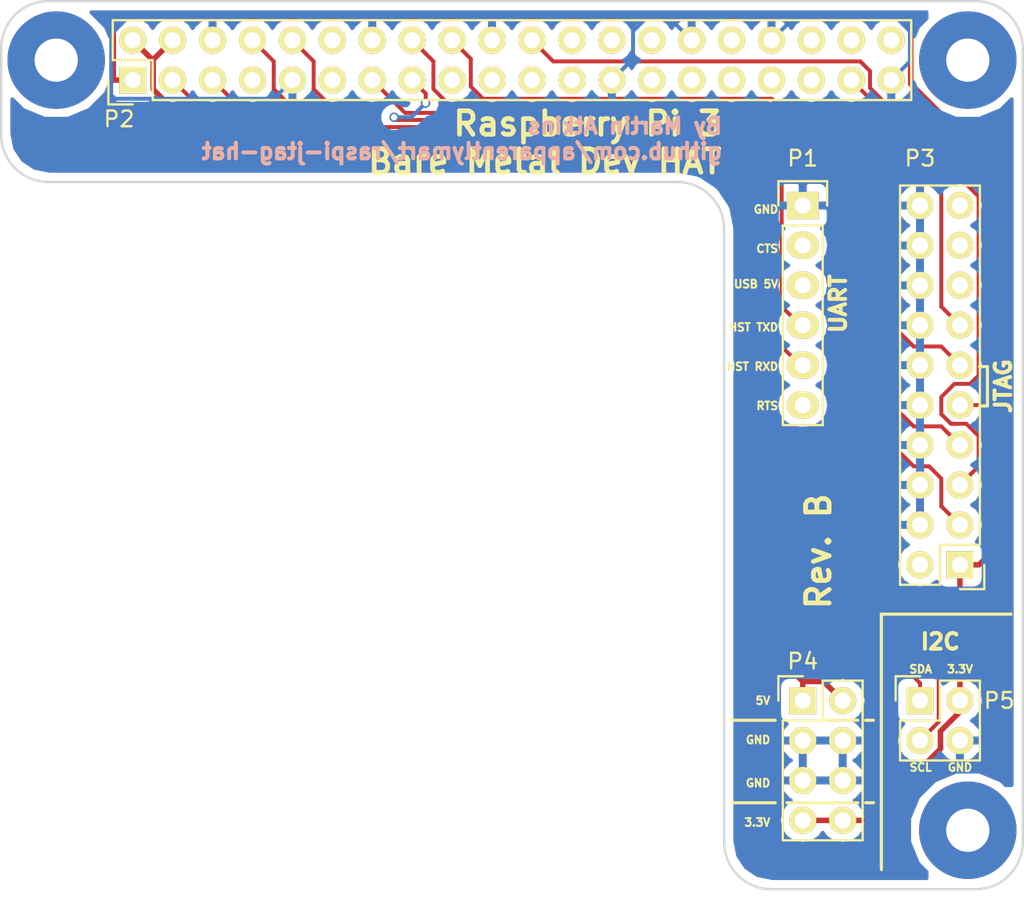
<source format=kicad_pcb>
(kicad_pcb (version 4) (host pcbnew 4.0.7-e2-6376~58~ubuntu16.04.1)

  (general
    (links 39)
    (no_connects 10)
    (area -0.075001 -0.075001 65.075001 57.000001)
    (thickness 1.6)
    (drawings 43)
    (tracks 164)
    (zones 0)
    (modules 8)
    (nets 40)
  )

  (page A4)
  (layers
    (0 F.Cu signal)
    (31 B.Cu signal)
    (32 B.Adhes user)
    (33 F.Adhes user)
    (34 B.Paste user)
    (35 F.Paste user)
    (36 B.SilkS user)
    (37 F.SilkS user)
    (38 B.Mask user)
    (39 F.Mask user)
    (40 Dwgs.User user)
    (41 Cmts.User user)
    (42 Eco1.User user)
    (43 Eco2.User user)
    (44 Edge.Cuts user)
    (45 Margin user)
    (46 B.CrtYd user)
    (47 F.CrtYd user)
    (48 B.Fab user)
    (49 F.Fab user)
  )

  (setup
    (last_trace_width 0.25)
    (trace_clearance 0.2)
    (zone_clearance 0.508)
    (zone_45_only no)
    (trace_min 0.2)
    (segment_width 0.2)
    (edge_width 0.15)
    (via_size 0.6)
    (via_drill 0.4)
    (via_min_size 0.4)
    (via_min_drill 0.3)
    (uvia_size 0.3)
    (uvia_drill 0.1)
    (uvias_allowed no)
    (uvia_min_size 0.2)
    (uvia_min_drill 0.1)
    (pcb_text_width 0.3)
    (pcb_text_size 1.5 1.5)
    (mod_edge_width 0.15)
    (mod_text_size 1 1)
    (mod_text_width 0.15)
    (pad_size 1.524 1.524)
    (pad_drill 0.762)
    (pad_to_mask_clearance 0.2)
    (aux_axis_origin 0 0)
    (visible_elements FFFFFF7F)
    (pcbplotparams
      (layerselection 0x00030_80000001)
      (usegerberextensions false)
      (excludeedgelayer true)
      (linewidth 0.100000)
      (plotframeref false)
      (viasonmask false)
      (mode 1)
      (useauxorigin false)
      (hpglpennumber 1)
      (hpglpenspeed 20)
      (hpglpendiameter 15)
      (hpglpenoverlay 2)
      (psnegative false)
      (psa4output false)
      (plotreference true)
      (plotvalue true)
      (plotinvisibletext false)
      (padsonsilk false)
      (subtractmaskfromsilk false)
      (outputformat 1)
      (mirror false)
      (drillshape 0)
      (scaleselection 1)
      (outputdirectory ""))
  )

  (net 0 "")
  (net 1 /GND)
  (net 2 /CTS)
  (net 3 /HOST+5V)
  (net 4 /PI_RXD)
  (net 5 /PI_TXD)
  (net 6 /RTS)
  (net 7 /+3V3)
  (net 8 /+5V)
  (net 9 /SD)
  (net 10 /SC)
  (net 11 "Net-(P2-Pad7)")
  (net 12 "Net-(P2-Pad11)")
  (net 13 "Net-(P2-Pad12)")
  (net 14 /TMS)
  (net 15 /TRST)
  (net 16 /RTCK)
  (net 17 "Net-(P2-Pad17)")
  (net 18 /TDO)
  (net 19 "Net-(P2-Pad19)")
  (net 20 "Net-(P2-Pad21)")
  (net 21 /TCK)
  (net 22 "Net-(P2-Pad23)")
  (net 23 "Net-(P2-Pad24)")
  (net 24 "Net-(P2-Pad26)")
  (net 25 /ID_SD)
  (net 26 /ID_SC)
  (net 27 "Net-(P2-Pad29)")
  (net 28 "Net-(P2-Pad31)")
  (net 29 "Net-(P2-Pad32)")
  (net 30 "Net-(P2-Pad33)")
  (net 31 "Net-(P2-Pad35)")
  (net 32 "Net-(P2-Pad36)")
  (net 33 /TDI)
  (net 34 "Net-(P2-Pad38)")
  (net 35 "Net-(P2-Pad40)")
  (net 36 /VSUPPLY)
  (net 37 /~SRST)
  (net 38 /DBGRQ)
  (net 39 /DBGACK)

  (net_class Default "This is the default net class."
    (clearance 0.2)
    (trace_width 0.25)
    (via_dia 0.6)
    (via_drill 0.4)
    (uvia_dia 0.3)
    (uvia_drill 0.1)
    (add_net /CTS)
    (add_net /DBGACK)
    (add_net /DBGRQ)
    (add_net /ID_SC)
    (add_net /ID_SD)
    (add_net /PI_RXD)
    (add_net /PI_TXD)
    (add_net /RTCK)
    (add_net /RTS)
    (add_net /SC)
    (add_net /SD)
    (add_net /TCK)
    (add_net /TDI)
    (add_net /TDO)
    (add_net /TMS)
    (add_net /TRST)
    (add_net /~SRST)
    (add_net "Net-(P2-Pad11)")
    (add_net "Net-(P2-Pad12)")
    (add_net "Net-(P2-Pad17)")
    (add_net "Net-(P2-Pad19)")
    (add_net "Net-(P2-Pad21)")
    (add_net "Net-(P2-Pad23)")
    (add_net "Net-(P2-Pad24)")
    (add_net "Net-(P2-Pad26)")
    (add_net "Net-(P2-Pad29)")
    (add_net "Net-(P2-Pad31)")
    (add_net "Net-(P2-Pad32)")
    (add_net "Net-(P2-Pad33)")
    (add_net "Net-(P2-Pad35)")
    (add_net "Net-(P2-Pad36)")
    (add_net "Net-(P2-Pad38)")
    (add_net "Net-(P2-Pad40)")
    (add_net "Net-(P2-Pad7)")
  )

  (net_class Power ""
    (clearance 0.2)
    (trace_width 0.35)
    (via_dia 0.6)
    (via_drill 0.4)
    (uvia_dia 0.3)
    (uvia_drill 0.1)
    (add_net /+3V3)
    (add_net /+5V)
    (add_net /GND)
    (add_net /HOST+5V)
    (add_net /VSUPPLY)
  )

  (module Pin_Headers:Pin_Header_Straight_1x06 (layer F.Cu) (tedit 0) (tstamp 5B5BFF80)
    (at 51 13)
    (descr "Through hole pin header")
    (tags "pin header")
    (path /5B5BF55E)
    (fp_text reference P1 (at 0 -3) (layer F.SilkS)
      (effects (font (size 1 1) (thickness 0.15)))
    )
    (fp_text value FTDIUART (at -3 1.62 90) (layer F.Fab)
      (effects (font (size 1 1) (thickness 0.15)))
    )
    (fp_line (start -1.75 -1.75) (end -1.75 14.45) (layer F.CrtYd) (width 0.05))
    (fp_line (start 1.75 -1.75) (end 1.75 14.45) (layer F.CrtYd) (width 0.05))
    (fp_line (start -1.75 -1.75) (end 1.75 -1.75) (layer F.CrtYd) (width 0.05))
    (fp_line (start -1.75 14.45) (end 1.75 14.45) (layer F.CrtYd) (width 0.05))
    (fp_line (start 1.27 1.27) (end 1.27 13.97) (layer F.SilkS) (width 0.15))
    (fp_line (start 1.27 13.97) (end -1.27 13.97) (layer F.SilkS) (width 0.15))
    (fp_line (start -1.27 13.97) (end -1.27 1.27) (layer F.SilkS) (width 0.15))
    (fp_line (start 1.55 -1.55) (end 1.55 0) (layer F.SilkS) (width 0.15))
    (fp_line (start 1.27 1.27) (end -1.27 1.27) (layer F.SilkS) (width 0.15))
    (fp_line (start -1.55 0) (end -1.55 -1.55) (layer F.SilkS) (width 0.15))
    (fp_line (start -1.55 -1.55) (end 1.55 -1.55) (layer F.SilkS) (width 0.15))
    (pad 1 thru_hole rect (at 0 0) (size 2.032 1.7272) (drill 1.016) (layers *.Cu *.Mask F.SilkS)
      (net 1 /GND))
    (pad 2 thru_hole oval (at 0 2.54) (size 2.032 1.7272) (drill 1.016) (layers *.Cu *.Mask F.SilkS)
      (net 2 /CTS))
    (pad 3 thru_hole oval (at 0 5.08) (size 2.032 1.7272) (drill 1.016) (layers *.Cu *.Mask F.SilkS)
      (net 3 /HOST+5V))
    (pad 4 thru_hole oval (at 0 7.62) (size 2.032 1.7272) (drill 1.016) (layers *.Cu *.Mask F.SilkS)
      (net 4 /PI_RXD))
    (pad 5 thru_hole oval (at 0 10.16) (size 2.032 1.7272) (drill 1.016) (layers *.Cu *.Mask F.SilkS)
      (net 5 /PI_TXD))
    (pad 6 thru_hole oval (at 0 12.7) (size 2.032 1.7272) (drill 1.016) (layers *.Cu *.Mask F.SilkS)
      (net 6 /RTS))
    (model Pin_Headers.3dshapes/Pin_Header_Straight_1x06.wrl
      (at (xyz 0 -0.25 0))
      (scale (xyz 1 1 1))
      (rotate (xyz 0 0 90))
    )
  )

  (module Pin_Headers:Pin_Header_Straight_2x20 (layer F.Cu) (tedit 0) (tstamp 5B5BFFAC)
    (at 8.37 5.02 90)
    (descr "Through hole pin header")
    (tags "pin header")
    (path /5B5BF525)
    (fp_text reference P2 (at -2.48 -0.87 180) (layer F.SilkS)
      (effects (font (size 1 1) (thickness 0.15)))
    )
    (fp_text value RASPI (at -2.48 2.88 180) (layer F.Fab)
      (effects (font (size 1 1) (thickness 0.15)))
    )
    (fp_line (start -1.75 -1.75) (end -1.75 50.05) (layer F.CrtYd) (width 0.05))
    (fp_line (start 4.3 -1.75) (end 4.3 50.05) (layer F.CrtYd) (width 0.05))
    (fp_line (start -1.75 -1.75) (end 4.3 -1.75) (layer F.CrtYd) (width 0.05))
    (fp_line (start -1.75 50.05) (end 4.3 50.05) (layer F.CrtYd) (width 0.05))
    (fp_line (start 3.81 49.53) (end 3.81 -1.27) (layer F.SilkS) (width 0.15))
    (fp_line (start -1.27 1.27) (end -1.27 49.53) (layer F.SilkS) (width 0.15))
    (fp_line (start 3.81 49.53) (end -1.27 49.53) (layer F.SilkS) (width 0.15))
    (fp_line (start 3.81 -1.27) (end 1.27 -1.27) (layer F.SilkS) (width 0.15))
    (fp_line (start 0 -1.55) (end -1.55 -1.55) (layer F.SilkS) (width 0.15))
    (fp_line (start 1.27 -1.27) (end 1.27 1.27) (layer F.SilkS) (width 0.15))
    (fp_line (start 1.27 1.27) (end -1.27 1.27) (layer F.SilkS) (width 0.15))
    (fp_line (start -1.55 -1.55) (end -1.55 0) (layer F.SilkS) (width 0.15))
    (pad 1 thru_hole rect (at 0 0 90) (size 1.7272 1.7272) (drill 1.016) (layers *.Cu *.Mask F.SilkS)
      (net 7 /+3V3))
    (pad 2 thru_hole oval (at 2.54 0 90) (size 1.7272 1.7272) (drill 1.016) (layers *.Cu *.Mask F.SilkS)
      (net 8 /+5V))
    (pad 3 thru_hole oval (at 0 2.54 90) (size 1.7272 1.7272) (drill 1.016) (layers *.Cu *.Mask F.SilkS)
      (net 9 /SD))
    (pad 4 thru_hole oval (at 2.54 2.54 90) (size 1.7272 1.7272) (drill 1.016) (layers *.Cu *.Mask F.SilkS)
      (net 8 /+5V))
    (pad 5 thru_hole oval (at 0 5.08 90) (size 1.7272 1.7272) (drill 1.016) (layers *.Cu *.Mask F.SilkS)
      (net 10 /SC))
    (pad 6 thru_hole oval (at 2.54 5.08 90) (size 1.7272 1.7272) (drill 1.016) (layers *.Cu *.Mask F.SilkS)
      (net 1 /GND))
    (pad 7 thru_hole oval (at 0 7.62 90) (size 1.7272 1.7272) (drill 1.016) (layers *.Cu *.Mask F.SilkS)
      (net 11 "Net-(P2-Pad7)"))
    (pad 8 thru_hole oval (at 2.54 7.62 90) (size 1.7272 1.7272) (drill 1.016) (layers *.Cu *.Mask F.SilkS)
      (net 5 /PI_TXD))
    (pad 9 thru_hole oval (at 0 10.16 90) (size 1.7272 1.7272) (drill 1.016) (layers *.Cu *.Mask F.SilkS)
      (net 1 /GND))
    (pad 10 thru_hole oval (at 2.54 10.16 90) (size 1.7272 1.7272) (drill 1.016) (layers *.Cu *.Mask F.SilkS)
      (net 4 /PI_RXD))
    (pad 11 thru_hole oval (at 0 12.7 90) (size 1.7272 1.7272) (drill 1.016) (layers *.Cu *.Mask F.SilkS)
      (net 12 "Net-(P2-Pad11)"))
    (pad 12 thru_hole oval (at 2.54 12.7 90) (size 1.7272 1.7272) (drill 1.016) (layers *.Cu *.Mask F.SilkS)
      (net 13 "Net-(P2-Pad12)"))
    (pad 13 thru_hole oval (at 0 15.24 90) (size 1.7272 1.7272) (drill 1.016) (layers *.Cu *.Mask F.SilkS)
      (net 14 /TMS))
    (pad 14 thru_hole oval (at 2.54 15.24 90) (size 1.7272 1.7272) (drill 1.016) (layers *.Cu *.Mask F.SilkS)
      (net 1 /GND))
    (pad 15 thru_hole oval (at 0 17.78 90) (size 1.7272 1.7272) (drill 1.016) (layers *.Cu *.Mask F.SilkS)
      (net 15 /TRST))
    (pad 16 thru_hole oval (at 2.54 17.78 90) (size 1.7272 1.7272) (drill 1.016) (layers *.Cu *.Mask F.SilkS)
      (net 16 /RTCK))
    (pad 17 thru_hole oval (at 0 20.32 90) (size 1.7272 1.7272) (drill 1.016) (layers *.Cu *.Mask F.SilkS)
      (net 17 "Net-(P2-Pad17)"))
    (pad 18 thru_hole oval (at 2.54 20.32 90) (size 1.7272 1.7272) (drill 1.016) (layers *.Cu *.Mask F.SilkS)
      (net 18 /TDO))
    (pad 19 thru_hole oval (at 0 22.86 90) (size 1.7272 1.7272) (drill 1.016) (layers *.Cu *.Mask F.SilkS)
      (net 19 "Net-(P2-Pad19)"))
    (pad 20 thru_hole oval (at 2.54 22.86 90) (size 1.7272 1.7272) (drill 1.016) (layers *.Cu *.Mask F.SilkS)
      (net 1 /GND))
    (pad 21 thru_hole oval (at 0 25.4 90) (size 1.7272 1.7272) (drill 1.016) (layers *.Cu *.Mask F.SilkS)
      (net 20 "Net-(P2-Pad21)"))
    (pad 22 thru_hole oval (at 2.54 25.4 90) (size 1.7272 1.7272) (drill 1.016) (layers *.Cu *.Mask F.SilkS)
      (net 21 /TCK))
    (pad 23 thru_hole oval (at 0 27.94 90) (size 1.7272 1.7272) (drill 1.016) (layers *.Cu *.Mask F.SilkS)
      (net 22 "Net-(P2-Pad23)"))
    (pad 24 thru_hole oval (at 2.54 27.94 90) (size 1.7272 1.7272) (drill 1.016) (layers *.Cu *.Mask F.SilkS)
      (net 23 "Net-(P2-Pad24)"))
    (pad 25 thru_hole oval (at 0 30.48 90) (size 1.7272 1.7272) (drill 1.016) (layers *.Cu *.Mask F.SilkS)
      (net 1 /GND))
    (pad 26 thru_hole oval (at 2.54 30.48 90) (size 1.7272 1.7272) (drill 1.016) (layers *.Cu *.Mask F.SilkS)
      (net 24 "Net-(P2-Pad26)"))
    (pad 27 thru_hole oval (at 0 33.02 90) (size 1.7272 1.7272) (drill 1.016) (layers *.Cu *.Mask F.SilkS)
      (net 25 /ID_SD))
    (pad 28 thru_hole oval (at 2.54 33.02 90) (size 1.7272 1.7272) (drill 1.016) (layers *.Cu *.Mask F.SilkS)
      (net 26 /ID_SC))
    (pad 29 thru_hole oval (at 0 35.56 90) (size 1.7272 1.7272) (drill 1.016) (layers *.Cu *.Mask F.SilkS)
      (net 27 "Net-(P2-Pad29)"))
    (pad 30 thru_hole oval (at 2.54 35.56 90) (size 1.7272 1.7272) (drill 1.016) (layers *.Cu *.Mask F.SilkS)
      (net 1 /GND))
    (pad 31 thru_hole oval (at 0 38.1 90) (size 1.7272 1.7272) (drill 1.016) (layers *.Cu *.Mask F.SilkS)
      (net 28 "Net-(P2-Pad31)"))
    (pad 32 thru_hole oval (at 2.54 38.1 90) (size 1.7272 1.7272) (drill 1.016) (layers *.Cu *.Mask F.SilkS)
      (net 29 "Net-(P2-Pad32)"))
    (pad 33 thru_hole oval (at 0 40.64 90) (size 1.7272 1.7272) (drill 1.016) (layers *.Cu *.Mask F.SilkS)
      (net 30 "Net-(P2-Pad33)"))
    (pad 34 thru_hole oval (at 2.54 40.64 90) (size 1.7272 1.7272) (drill 1.016) (layers *.Cu *.Mask F.SilkS)
      (net 1 /GND))
    (pad 35 thru_hole oval (at 0 43.18 90) (size 1.7272 1.7272) (drill 1.016) (layers *.Cu *.Mask F.SilkS)
      (net 31 "Net-(P2-Pad35)"))
    (pad 36 thru_hole oval (at 2.54 43.18 90) (size 1.7272 1.7272) (drill 1.016) (layers *.Cu *.Mask F.SilkS)
      (net 32 "Net-(P2-Pad36)"))
    (pad 37 thru_hole oval (at 0 45.72 90) (size 1.7272 1.7272) (drill 1.016) (layers *.Cu *.Mask F.SilkS)
      (net 33 /TDI))
    (pad 38 thru_hole oval (at 2.54 45.72 90) (size 1.7272 1.7272) (drill 1.016) (layers *.Cu *.Mask F.SilkS)
      (net 34 "Net-(P2-Pad38)"))
    (pad 39 thru_hole oval (at 0 48.26 90) (size 1.7272 1.7272) (drill 1.016) (layers *.Cu *.Mask F.SilkS)
      (net 1 /GND))
    (pad 40 thru_hole oval (at 2.54 48.26 90) (size 1.7272 1.7272) (drill 1.016) (layers *.Cu *.Mask F.SilkS)
      (net 35 "Net-(P2-Pad40)"))
    (model Pin_Headers.3dshapes/Pin_Header_Straight_2x20.wrl
      (at (xyz 0.05 -0.95 0))
      (scale (xyz 1 1 1))
      (rotate (xyz 0 0 90))
    )
  )

  (module Pin_Headers:Pin_Header_Straight_2x10 (layer F.Cu) (tedit 5B5C0EE2) (tstamp 5B5BFFC4)
    (at 61 35.86 180)
    (descr "Through hole pin header")
    (tags "pin header")
    (path /5B5BF489)
    (fp_text reference P3 (at 2.54 25.86 180) (layer F.SilkS)
      (effects (font (size 1 1) (thickness 0.15)))
    )
    (fp_text value JTAG (at -1 25.86 180) (layer F.Fab)
      (effects (font (size 1 1) (thickness 0.15)))
    )
    (fp_line (start -1.75 -1.75) (end -1.75 24.65) (layer F.CrtYd) (width 0.05))
    (fp_line (start 4.3 -1.75) (end 4.3 24.65) (layer F.CrtYd) (width 0.05))
    (fp_line (start -1.75 -1.75) (end 4.3 -1.75) (layer F.CrtYd) (width 0.05))
    (fp_line (start -1.75 24.65) (end 4.3 24.65) (layer F.CrtYd) (width 0.05))
    (fp_line (start 3.81 24.13) (end 3.81 -1.27) (layer F.SilkS) (width 0.15))
    (fp_line (start -1.27 1.27) (end -1.27 24.13) (layer F.SilkS) (width 0.15))
    (fp_line (start 3.81 24.13) (end -1.27 24.13) (layer F.SilkS) (width 0.15))
    (fp_line (start 3.81 -1.27) (end 1.27 -1.27) (layer F.SilkS) (width 0.15))
    (fp_line (start 0 -1.55) (end -1.55 -1.55) (layer F.SilkS) (width 0.15))
    (fp_line (start 1.27 -1.27) (end 1.27 1.27) (layer F.SilkS) (width 0.15))
    (fp_line (start 1.27 1.27) (end -1.27 1.27) (layer F.SilkS) (width 0.15))
    (fp_line (start -1.55 -1.55) (end -1.55 0) (layer F.SilkS) (width 0.15))
    (pad 1 thru_hole rect (at 0 0 180) (size 1.7272 1.7272) (drill 1.016) (layers *.Cu *.Mask F.SilkS)
      (net 7 /+3V3))
    (pad 2 thru_hole oval (at 2.54 0 180) (size 1.7272 1.7272) (drill 1.016) (layers *.Cu *.Mask F.SilkS)
      (net 36 /VSUPPLY))
    (pad 3 thru_hole oval (at 0 2.54 180) (size 1.7272 1.7272) (drill 1.016) (layers *.Cu *.Mask F.SilkS)
      (net 15 /TRST))
    (pad 4 thru_hole oval (at 2.54 2.54 180) (size 1.7272 1.7272) (drill 1.016) (layers *.Cu *.Mask F.SilkS)
      (net 1 /GND))
    (pad 5 thru_hole oval (at 0 5.08 180) (size 1.7272 1.7272) (drill 1.016) (layers *.Cu *.Mask F.SilkS)
      (net 33 /TDI))
    (pad 6 thru_hole oval (at 2.54 5.08 180) (size 1.7272 1.7272) (drill 1.016) (layers *.Cu *.Mask F.SilkS)
      (net 1 /GND))
    (pad 7 thru_hole oval (at 0 7.62 180) (size 1.7272 1.7272) (drill 1.016) (layers *.Cu *.Mask F.SilkS)
      (net 14 /TMS))
    (pad 8 thru_hole oval (at 2.54 7.62 180) (size 1.7272 1.7272) (drill 1.016) (layers *.Cu *.Mask F.SilkS)
      (net 1 /GND))
    (pad 9 thru_hole oval (at 0 10.16 180) (size 1.7272 1.7272) (drill 1.016) (layers *.Cu *.Mask F.SilkS)
      (net 21 /TCK))
    (pad 10 thru_hole oval (at 2.54 10.16 180) (size 1.7272 1.7272) (drill 1.016) (layers *.Cu *.Mask F.SilkS)
      (net 1 /GND))
    (pad 11 thru_hole oval (at 0 12.7 180) (size 1.7272 1.7272) (drill 1.016) (layers *.Cu *.Mask F.SilkS)
      (net 16 /RTCK))
    (pad 12 thru_hole oval (at 2.54 12.7 180) (size 1.7272 1.7272) (drill 1.016) (layers *.Cu *.Mask F.SilkS)
      (net 1 /GND))
    (pad 13 thru_hole oval (at 0 15.24 180) (size 1.7272 1.7272) (drill 1.016) (layers *.Cu *.Mask F.SilkS)
      (net 18 /TDO))
    (pad 14 thru_hole oval (at 2.54 15.24 180) (size 1.7272 1.7272) (drill 1.016) (layers *.Cu *.Mask F.SilkS)
      (net 1 /GND))
    (pad 15 thru_hole oval (at 0 17.78 180) (size 1.7272 1.7272) (drill 1.016) (layers *.Cu *.Mask F.SilkS)
      (net 37 /~SRST))
    (pad 16 thru_hole oval (at 2.54 17.78 180) (size 1.7272 1.7272) (drill 1.016) (layers *.Cu *.Mask F.SilkS)
      (net 1 /GND))
    (pad 17 thru_hole oval (at 0 20.32 180) (size 1.7272 1.7272) (drill 1.016) (layers *.Cu *.Mask F.SilkS)
      (net 38 /DBGRQ))
    (pad 18 thru_hole oval (at 2.54 20.32 180) (size 1.7272 1.7272) (drill 1.016) (layers *.Cu *.Mask F.SilkS)
      (net 1 /GND))
    (pad 19 thru_hole oval (at 0 22.86 180) (size 1.7272 1.7272) (drill 1.016) (layers *.Cu *.Mask F.SilkS)
      (net 39 /DBGACK))
    (pad 20 thru_hole oval (at 2.54 22.86 180) (size 1.7272 1.7272) (drill 1.016) (layers *.Cu *.Mask F.SilkS)
      (net 1 /GND))
    (model Pin_Headers.3dshapes/Pin_Header_Straight_2x10.wrl
      (at (xyz 0.05 -0.45 0))
      (scale (xyz 1 1 1))
      (rotate (xyz 0 0 90))
    )
  )

  (module Pin_Headers:Pin_Header_Straight_2x04 (layer F.Cu) (tedit 5B5C087A) (tstamp 5B5BFFD0)
    (at 51 44.5)
    (descr "Through hole pin header")
    (tags "pin header")
    (path /5B5BF9C2)
    (fp_text reference P4 (at 0 -2.5) (layer F.SilkS)
      (effects (font (size 1 1) (thickness 0.15)))
    )
    (fp_text value PWRUTIL (at 1 10.5 180) (layer F.Fab)
      (effects (font (size 1 1) (thickness 0.15)))
    )
    (fp_line (start -1.75 -1.75) (end -1.75 9.4) (layer F.CrtYd) (width 0.05))
    (fp_line (start 4.3 -1.75) (end 4.3 9.4) (layer F.CrtYd) (width 0.05))
    (fp_line (start -1.75 -1.75) (end 4.3 -1.75) (layer F.CrtYd) (width 0.05))
    (fp_line (start -1.75 9.4) (end 4.3 9.4) (layer F.CrtYd) (width 0.05))
    (fp_line (start -1.27 1.27) (end -1.27 8.89) (layer F.SilkS) (width 0.15))
    (fp_line (start -1.27 8.89) (end 3.81 8.89) (layer F.SilkS) (width 0.15))
    (fp_line (start 3.81 8.89) (end 3.81 -1.27) (layer F.SilkS) (width 0.15))
    (fp_line (start 3.81 -1.27) (end 1.27 -1.27) (layer F.SilkS) (width 0.15))
    (fp_line (start 0 -1.55) (end -1.55 -1.55) (layer F.SilkS) (width 0.15))
    (fp_line (start 1.27 -1.27) (end 1.27 1.27) (layer F.SilkS) (width 0.15))
    (fp_line (start 1.27 1.27) (end -1.27 1.27) (layer F.SilkS) (width 0.15))
    (fp_line (start -1.55 -1.55) (end -1.55 0) (layer F.SilkS) (width 0.15))
    (pad 1 thru_hole rect (at 0 0) (size 1.7272 1.7272) (drill 1.016) (layers *.Cu *.Mask F.SilkS)
      (net 8 /+5V))
    (pad 2 thru_hole oval (at 2.54 0) (size 1.7272 1.7272) (drill 1.016) (layers *.Cu *.Mask F.SilkS)
      (net 8 /+5V))
    (pad 3 thru_hole oval (at 0 2.54) (size 1.7272 1.7272) (drill 1.016) (layers *.Cu *.Mask F.SilkS)
      (net 1 /GND))
    (pad 4 thru_hole oval (at 2.54 2.54) (size 1.7272 1.7272) (drill 1.016) (layers *.Cu *.Mask F.SilkS)
      (net 1 /GND))
    (pad 5 thru_hole oval (at 0 5.08) (size 1.7272 1.7272) (drill 1.016) (layers *.Cu *.Mask F.SilkS)
      (net 1 /GND))
    (pad 6 thru_hole oval (at 2.54 5.08) (size 1.7272 1.7272) (drill 1.016) (layers *.Cu *.Mask F.SilkS)
      (net 1 /GND))
    (pad 7 thru_hole oval (at 0 7.62) (size 1.7272 1.7272) (drill 1.016) (layers *.Cu *.Mask F.SilkS)
      (net 7 /+3V3))
    (pad 8 thru_hole oval (at 2.54 7.62) (size 1.7272 1.7272) (drill 1.016) (layers *.Cu *.Mask F.SilkS)
      (net 7 /+3V3))
    (model Pin_Headers.3dshapes/Pin_Header_Straight_2x04.wrl
      (at (xyz 0.05 -0.15 0))
      (scale (xyz 1 1 1))
      (rotate (xyz 0 0 90))
    )
  )

  (module Pin_Headers:Pin_Header_Straight_2x02 (layer F.Cu) (tedit 5B5C0875) (tstamp 5B5BFFD8)
    (at 58.46 44.5)
    (descr "Through hole pin header")
    (tags "pin header")
    (path /5B5BFE33)
    (fp_text reference P5 (at 5.04 0) (layer F.SilkS)
      (effects (font (size 1 1) (thickness 0.15)))
    )
    (fp_text value I2C (at 5.29 2.5) (layer F.Fab)
      (effects (font (size 1 1) (thickness 0.15)))
    )
    (fp_line (start -1.75 -1.75) (end -1.75 4.3) (layer F.CrtYd) (width 0.05))
    (fp_line (start 4.3 -1.75) (end 4.3 4.3) (layer F.CrtYd) (width 0.05))
    (fp_line (start -1.75 -1.75) (end 4.3 -1.75) (layer F.CrtYd) (width 0.05))
    (fp_line (start -1.75 4.3) (end 4.3 4.3) (layer F.CrtYd) (width 0.05))
    (fp_line (start -1.55 0) (end -1.55 -1.55) (layer F.SilkS) (width 0.15))
    (fp_line (start 0 -1.55) (end -1.55 -1.55) (layer F.SilkS) (width 0.15))
    (fp_line (start -1.27 1.27) (end 1.27 1.27) (layer F.SilkS) (width 0.15))
    (fp_line (start 1.27 1.27) (end 1.27 -1.27) (layer F.SilkS) (width 0.15))
    (fp_line (start 1.27 -1.27) (end 3.81 -1.27) (layer F.SilkS) (width 0.15))
    (fp_line (start 3.81 -1.27) (end 3.81 3.81) (layer F.SilkS) (width 0.15))
    (fp_line (start 3.81 3.81) (end -1.27 3.81) (layer F.SilkS) (width 0.15))
    (fp_line (start -1.27 3.81) (end -1.27 1.27) (layer F.SilkS) (width 0.15))
    (pad 1 thru_hole rect (at 0 0) (size 1.7272 1.7272) (drill 1.016) (layers *.Cu *.Mask F.SilkS)
      (net 9 /SD))
    (pad 2 thru_hole oval (at 2.54 0) (size 1.7272 1.7272) (drill 1.016) (layers *.Cu *.Mask F.SilkS)
      (net 7 /+3V3))
    (pad 3 thru_hole oval (at 0 2.54) (size 1.7272 1.7272) (drill 1.016) (layers *.Cu *.Mask F.SilkS)
      (net 10 /SC))
    (pad 4 thru_hole oval (at 2.54 2.54) (size 1.7272 1.7272) (drill 1.016) (layers *.Cu *.Mask F.SilkS)
      (net 1 /GND))
    (model Pin_Headers.3dshapes/Pin_Header_Straight_2x02.wrl
      (at (xyz 0.05 -0.05 0))
      (scale (xyz 1 1 1))
      (rotate (xyz 0 0 90))
    )
  )

  (module RasPi_JTAG_HAT:RPI_HOLE (layer F.Cu) (tedit 5B5C05EF) (tstamp 5B5C06E4)
    (at 61.5 3.75)
    (fp_text reference REF** (at 0 2) (layer F.SilkS) hide
      (effects (font (size 0.5 0.5) (thickness 0.125)))
    )
    (fp_text value RPI_HOLE (at 0 -1.95) (layer F.Fab) hide
      (effects (font (size 0.5 0.5) (thickness 0.125)))
    )
    (pad 1 thru_hole circle (at 0 0) (size 6.2 6.2) (drill 2.75) (layers *.Cu *.Mask))
  )

  (module RasPi_JTAG_HAT:RPI_HOLE (layer F.Cu) (tedit 5B5C05EF) (tstamp 5B5C07B5)
    (at 61.5 52.75)
    (fp_text reference REF** (at 0 2) (layer F.SilkS) hide
      (effects (font (size 0.5 0.5) (thickness 0.125)))
    )
    (fp_text value RPI_HOLE (at 0 -1.95) (layer F.Fab) hide
      (effects (font (size 0.5 0.5) (thickness 0.125)))
    )
    (pad 1 thru_hole circle (at 0 0) (size 6.2 6.2) (drill 2.75) (layers *.Cu *.Mask))
  )

  (module RasPi_JTAG_HAT:RPI_HOLE (layer F.Cu) (tedit 5B5C05EF) (tstamp 5B5C09D2)
    (at 3.5 3.75)
    (fp_text reference REF** (at 0 2) (layer F.SilkS) hide
      (effects (font (size 0.5 0.5) (thickness 0.125)))
    )
    (fp_text value RPI_HOLE (at 0 -1.95) (layer F.Fab) hide
      (effects (font (size 0.5 0.5) (thickness 0.125)))
    )
    (pad 1 thru_hole circle (at 0 0) (size 6.2 6.2) (drill 2.75) (layers *.Cu *.Mask))
  )

  (gr_text "By Martin Atkins\ngithub.com/apparentlymart/raspi-jtag-hat" (at 46 8.75) (layer B.SilkS)
    (effects (font (size 1 1) (thickness 0.25)) (justify left mirror))
  )
  (gr_text I2C (at 59.75 40.75) (layer F.SilkS) (tstamp 5B5C1729)
    (effects (font (size 1 1) (thickness 0.25)))
  )
  (gr_line (start 56 39) (end 64.25 39) (layer F.SilkS) (width 0.2))
  (gr_line (start 55 51) (end 55.5 51) (layer F.SilkS) (width 0.2))
  (gr_line (start 55 45.75) (end 55.5 45.75) (layer F.SilkS) (width 0.2))
  (gr_line (start 50 51) (end 54.5 51) (layer F.SilkS) (width 0.2))
  (gr_line (start 52.5 45.75) (end 54.5 45.75) (layer F.SilkS) (width 0.2))
  (gr_line (start 56 39) (end 56 55.25) (layer F.SilkS) (width 0.2))
  (gr_text 3.3V (at 61 42.5) (layer F.SilkS) (tstamp 5B5C1686)
    (effects (font (size 0.5 0.5) (thickness 0.125)))
  )
  (gr_text SDA (at 58.5 42.5) (layer F.SilkS) (tstamp 5B5C167C)
    (effects (font (size 0.5 0.5) (thickness 0.125)))
  )
  (gr_text SCL (at 58.5 48.75) (layer F.SilkS) (tstamp 5B5C1678)
    (effects (font (size 0.5 0.5) (thickness 0.125)))
  )
  (gr_text GND (at 61 48.75) (layer F.SilkS) (tstamp 5B5C1638)
    (effects (font (size 0.5 0.5) (thickness 0.125)))
  )
  (gr_text GND (at 49 49.75) (layer F.SilkS) (tstamp 5B5C1611)
    (effects (font (size 0.5 0.5) (thickness 0.125)) (justify right))
  )
  (gr_line (start 46.5 51) (end 49.25 51) (layer F.SilkS) (width 0.2))
  (gr_line (start 46.5 45.75) (end 49.25 45.75) (layer F.SilkS) (width 0.2))
  (gr_text GND (at 49 47) (layer F.SilkS) (tstamp 5B5C15E2)
    (effects (font (size 0.5 0.5) (thickness 0.125)) (justify right))
  )
  (gr_text 3.3V (at 49 52.25) (layer F.SilkS) (tstamp 5B5C15BA)
    (effects (font (size 0.5 0.5) (thickness 0.125)) (justify right))
  )
  (gr_text 5V (at 49 44.5) (layer F.SilkS) (tstamp 5B5C15AA)
    (effects (font (size 0.5 0.5) (thickness 0.125)) (justify right))
  )
  (gr_line (start 62.75 23.25) (end 62.25 23.25) (layer F.SilkS) (width 0.2))
  (gr_line (start 62.75 25.75) (end 62.25 25.75) (layer F.SilkS) (width 0.2))
  (gr_line (start 62.75 23.25) (end 62.75 25.75) (layer F.SilkS) (width 0.2))
  (gr_text JTAG (at 63.75 24.5 90) (layer F.SilkS) (tstamp 5B5C154C)
    (effects (font (size 1 1) (thickness 0.25)))
  )
  (gr_text UART (at 53.25 19.25 90) (layer F.SilkS)
    (effects (font (size 1 1) (thickness 0.25)))
  )
  (gr_text RTS (at 49.5 25.75) (layer F.SilkS) (tstamp 5B5C151A)
    (effects (font (size 0.5 0.5) (thickness 0.125)) (justify right))
  )
  (gr_text "HST RXD" (at 49.5 23.25) (layer F.SilkS) (tstamp 5B5C150C)
    (effects (font (size 0.5 0.5) (thickness 0.125)) (justify right))
  )
  (gr_text "HST TXD" (at 49.5 20.75) (layer F.SilkS) (tstamp 5B5C14F4)
    (effects (font (size 0.5 0.5) (thickness 0.125)) (justify right))
  )
  (gr_text "USB 5V" (at 49.5 18) (layer F.SilkS) (tstamp 5B5C14D9)
    (effects (font (size 0.5 0.5) (thickness 0.125)) (justify right))
  )
  (gr_text CTS (at 49.5 15.75) (layer F.SilkS) (tstamp 5B5C14C6)
    (effects (font (size 0.5 0.5) (thickness 0.125)) (justify right))
  )
  (gr_text GND (at 49.5 13.25) (layer F.SilkS)
    (effects (font (size 0.5 0.5) (thickness 0.125)) (justify right))
  )
  (gr_text "Rev. B" (at 52 35 90) (layer F.SilkS)
    (effects (font (size 1.5 1.5) (thickness 0.3)))
  )
  (gr_text "Raspberry Pi 3\nBare Metal Dev HAT" (at 46 9) (layer F.SilkS)
    (effects (font (size 1.5 1.5) (thickness 0.3)) (justify right))
  )
  (gr_arc (start 49 53.5) (end 49 56.5) (angle 90) (layer Edge.Cuts) (width 0.15))
  (gr_arc (start 43 14.5) (end 43 11.5) (angle 90) (layer Edge.Cuts) (width 0.15))
  (gr_line (start 46 14.5) (end 46 53.5) (layer Edge.Cuts) (width 0.15))
  (gr_arc (start 3 8.5) (end 3 11.5) (angle 90) (layer Edge.Cuts) (width 0.15))
  (gr_line (start 3 11.5) (end 43 11.5) (layer Edge.Cuts) (width 0.15))
  (gr_arc (start 62 53.5) (end 65 53.5) (angle 90) (layer Edge.Cuts) (width 0.15))
  (gr_arc (start 62 3) (end 62 0) (angle 90) (layer Edge.Cuts) (width 0.15))
  (gr_arc (start 3 3) (end 0 3) (angle 90) (layer Edge.Cuts) (width 0.15))
  (gr_line (start 49 56.5) (end 62 56.5) (layer Edge.Cuts) (width 0.15))
  (gr_line (start 65 3) (end 65 53.5) (layer Edge.Cuts) (width 0.15))
  (gr_line (start 3 0) (end 62 0) (layer Edge.Cuts) (width 0.15))
  (gr_line (start 0 3) (end 0 8.5) (layer Edge.Cuts) (width 0.15))

  (segment (start 56.63 5.02) (end 57.818601 3.831399) (width 0.25) (layer B.Cu) (net 1))
  (segment (start 57.818601 3.831399) (end 57.818601 1.909471) (width 0.25) (layer B.Cu) (net 1))
  (segment (start 57.818601 1.909471) (end 56.90913 1) (width 0.25) (layer B.Cu) (net 1))
  (segment (start 56.90913 1) (end 50.49 1) (width 0.25) (layer B.Cu) (net 1))
  (segment (start 50.49 1) (end 49.01 2.48) (width 0.25) (layer B.Cu) (net 1))
  (segment (start 7 2.09087) (end 7 5.962202) (width 0.25) (layer B.Cu) (net 1))
  (segment (start 7.246399 6.208601) (end 17.341399 6.208601) (width 0.25) (layer B.Cu) (net 1))
  (segment (start 7 5.962202) (end 7.246399 6.208601) (width 0.25) (layer B.Cu) (net 1))
  (segment (start 17.341399 6.208601) (end 17.666401 5.883599) (width 0.25) (layer B.Cu) (net 1))
  (segment (start 17.666401 5.883599) (end 18.53 5.02) (width 0.25) (layer B.Cu) (net 1))
  (segment (start 13.191314 1) (end 8.09087 1) (width 0.25) (layer B.Cu) (net 1))
  (segment (start 8.09087 1) (end 7 2.09087) (width 0.25) (layer B.Cu) (net 1))
  (segment (start 13.45 2.48) (end 13.45 1.258686) (width 0.25) (layer B.Cu) (net 1))
  (segment (start 13.45 1.258686) (end 13.191314 1) (width 0.25) (layer B.Cu) (net 1))
  (segment (start 42.45 1) (end 41.11087 1) (width 0.25) (layer B.Cu) (net 1))
  (segment (start 41.11087 1) (end 40.201399 1.909471) (width 0.25) (layer B.Cu) (net 1))
  (segment (start 39.713599 4.156401) (end 38.85 5.02) (width 0.25) (layer B.Cu) (net 1))
  (segment (start 40.201399 1.909471) (end 40.201399 3.668601) (width 0.25) (layer B.Cu) (net 1))
  (segment (start 40.201399 3.668601) (end 39.713599 4.156401) (width 0.25) (layer B.Cu) (net 1))
  (segment (start 43.93 2.48) (end 42.45 1) (width 0.25) (layer B.Cu) (net 1))
  (segment (start 19.881399 5.590529) (end 19.881399 3.831399) (width 0.25) (layer F.Cu) (net 4))
  (segment (start 48.281467 8.008645) (end 22.299515 8.008645) (width 0.25) (layer F.Cu) (net 4))
  (segment (start 49.65899 9.386168) (end 48.281467 8.008645) (width 0.25) (layer F.Cu) (net 4))
  (segment (start 19.881399 3.831399) (end 19.393599 3.343599) (width 0.25) (layer F.Cu) (net 4))
  (segment (start 51 20.62) (end 50.8476 20.62) (width 0.25) (layer F.Cu) (net 4))
  (segment (start 19.393599 3.343599) (end 18.53 2.48) (width 0.25) (layer F.Cu) (net 4))
  (segment (start 49.65899 19.43139) (end 49.65899 9.386168) (width 0.25) (layer F.Cu) (net 4))
  (segment (start 50.8476 20.62) (end 49.65899 19.43139) (width 0.25) (layer F.Cu) (net 4))
  (segment (start 22.299515 8.008645) (end 19.881399 5.590529) (width 0.25) (layer F.Cu) (net 4))
  (segment (start 49.208979 9.572568) (end 48.095067 8.458656) (width 0.25) (layer F.Cu) (net 5))
  (segment (start 16.853599 3.343599) (end 15.99 2.48) (width 0.25) (layer F.Cu) (net 5))
  (segment (start 49.208979 21.521379) (end 49.208979 9.572568) (width 0.25) (layer F.Cu) (net 5))
  (segment (start 17.341399 3.831399) (end 16.853599 3.343599) (width 0.25) (layer F.Cu) (net 5))
  (segment (start 17.341399 5.590529) (end 17.341399 3.831399) (width 0.25) (layer F.Cu) (net 5))
  (segment (start 20.209526 8.458656) (end 17.341399 5.590529) (width 0.25) (layer F.Cu) (net 5))
  (segment (start 50.8476 23.16) (end 49.208979 21.521379) (width 0.25) (layer F.Cu) (net 5))
  (segment (start 48.095067 8.458656) (end 20.209526 8.458656) (width 0.25) (layer F.Cu) (net 5))
  (segment (start 51 23.16) (end 50.8476 23.16) (width 0.25) (layer F.Cu) (net 5))
  (segment (start 53.54 52.12) (end 51 52.12) (width 0.35) (layer F.Cu) (net 7))
  (segment (start 61 44.5) (end 61 45.20687) (width 0.35) (layer F.Cu) (net 7))
  (segment (start 55.21313 52.12) (end 54.761314 52.12) (width 0.35) (layer F.Cu) (net 7))
  (segment (start 59.761399 47.571731) (end 55.21313 52.12) (width 0.35) (layer F.Cu) (net 7))
  (segment (start 61 45.20687) (end 59.761399 46.445471) (width 0.35) (layer F.Cu) (net 7))
  (segment (start 59.761399 46.445471) (end 59.761399 47.571731) (width 0.35) (layer F.Cu) (net 7))
  (segment (start 54.761314 52.12) (end 53.54 52.12) (width 0.35) (layer F.Cu) (net 7))
  (segment (start 61 35.86) (end 61 44.5) (width 0.35) (layer F.Cu) (net 7))
  (segment (start 56.98313 1) (end 8.01687 1) (width 0.35) (layer F.Cu) (net 7))
  (segment (start 8.01687 1) (end 7.131399 1.885471) (width 0.35) (layer F.Cu) (net 7))
  (segment (start 7.131399 1.885471) (end 7.131399 4.994999) (width 0.35) (layer F.Cu) (net 7))
  (segment (start 7.131399 4.994999) (end 7.1564 5.02) (width 0.35) (layer F.Cu) (net 7))
  (segment (start 7.1564 5.02) (end 8.37 5.02) (width 0.35) (layer F.Cu) (net 7))
  (segment (start 64 34.0736) (end 64 11.393002) (width 0.35) (layer F.Cu) (net 7))
  (segment (start 57.868601 5.261603) (end 57.868601 1.885471) (width 0.35) (layer F.Cu) (net 7))
  (segment (start 64 11.393002) (end 57.868601 5.261603) (width 0.35) (layer F.Cu) (net 7))
  (segment (start 57.868601 1.885471) (end 56.98313 1) (width 0.35) (layer F.Cu) (net 7))
  (segment (start 61 35.86) (end 62.2136 35.86) (width 0.35) (layer F.Cu) (net 7))
  (segment (start 62.2136 35.86) (end 64 34.0736) (width 0.35) (layer F.Cu) (net 7))
  (segment (start 8.37 2.48) (end 9.608601 3.718601) (width 0.35) (layer F.Cu) (net 8))
  (segment (start 9.608601 3.718601) (end 9.671399 3.718601) (width 0.35) (layer F.Cu) (net 8))
  (segment (start 51 43.2864) (end 52.3264 43.2864) (width 0.35) (layer F.Cu) (net 8))
  (segment (start 52.3264 43.2864) (end 53.54 44.5) (width 0.35) (layer F.Cu) (net 8))
  (segment (start 46 10) (end 47.808946 11.808946) (width 0.35) (layer F.Cu) (net 8))
  (segment (start 47.808946 11.808946) (end 47.808946 40.095346) (width 0.35) (layer F.Cu) (net 8))
  (segment (start 47.808946 40.095346) (end 51 43.2864) (width 0.35) (layer F.Cu) (net 8))
  (segment (start 51 43.2864) (end 51 44.5) (width 0.35) (layer F.Cu) (net 8))
  (segment (start 14.05687 10) (end 46 10) (width 0.35) (layer F.Cu) (net 8))
  (segment (start 10.91 2.48) (end 9.671399 3.718601) (width 0.35) (layer F.Cu) (net 8))
  (segment (start 9.671399 3.718601) (end 9.671399 5.614529) (width 0.35) (layer F.Cu) (net 8))
  (segment (start 9.671399 5.614529) (end 14.05687 10) (width 0.35) (layer F.Cu) (net 8))
  (segment (start 11.773599 5.883599) (end 10.91 5.02) (width 0.25) (layer F.Cu) (net 9))
  (segment (start 15.248678 9.358678) (end 11.773599 5.883599) (width 0.25) (layer F.Cu) (net 9))
  (segment (start 58.46 43.3864) (end 48.308957 33.235357) (width 0.25) (layer F.Cu) (net 9))
  (segment (start 48.308957 33.235357) (end 48.308957 11.308957) (width 0.25) (layer F.Cu) (net 9))
  (segment (start 46.358678 9.358678) (end 15.248678 9.358678) (width 0.25) (layer F.Cu) (net 9))
  (segment (start 48.308957 11.308957) (end 46.358678 9.358678) (width 0.25) (layer F.Cu) (net 9))
  (segment (start 58.46 44.5) (end 58.46 43.3864) (width 0.25) (layer F.Cu) (net 9))
  (segment (start 46.545078 8.908667) (end 17.338667 8.908667) (width 0.25) (layer F.Cu) (net 10))
  (segment (start 48.758968 21.707778) (end 48.758968 11.122557) (width 0.25) (layer F.Cu) (net 10))
  (segment (start 49 21.94881) (end 48.758968 21.707778) (width 0.25) (layer F.Cu) (net 10))
  (segment (start 48.758968 11.122557) (end 46.545078 8.908667) (width 0.25) (layer F.Cu) (net 10))
  (segment (start 59.648601 42.648601) (end 49 32) (width 0.25) (layer F.Cu) (net 10))
  (segment (start 59.648601 45.851147) (end 59.648601 42.648601) (width 0.25) (layer F.Cu) (net 10))
  (segment (start 14.313599 5.883599) (end 13.45 5.02) (width 0.25) (layer F.Cu) (net 10))
  (segment (start 59.323599 46.176401) (end 59.323599 46.176149) (width 0.25) (layer F.Cu) (net 10))
  (segment (start 17.338667 8.908667) (end 14.313599 5.883599) (width 0.25) (layer F.Cu) (net 10))
  (segment (start 58.46 47.04) (end 59.323599 46.176401) (width 0.25) (layer F.Cu) (net 10))
  (segment (start 59.323599 46.176149) (end 59.648601 45.851147) (width 0.25) (layer F.Cu) (net 10))
  (segment (start 49 32) (end 49 21.94881) (width 0.25) (layer F.Cu) (net 10))
  (segment (start 48.654266 7.108623) (end 25.698623 7.108623) (width 0.25) (layer F.Cu) (net 14))
  (segment (start 49.095632 7.549989) (end 48.654266 7.108623) (width 0.25) (layer F.Cu) (net 14))
  (segment (start 56.450011 9.8136) (end 54.1864 7.549989) (width 0.25) (layer F.Cu) (net 14))
  (segment (start 24.473599 5.883599) (end 23.61 5.02) (width 0.25) (layer F.Cu) (net 14))
  (segment (start 25.698623 7.108623) (end 24.473599 5.883599) (width 0.25) (layer F.Cu) (net 14))
  (segment (start 54.1864 7.549989) (end 49.095632 7.549989) (width 0.25) (layer F.Cu) (net 14))
  (segment (start 59.811399 27.051399) (end 58.052269 27.051399) (width 0.25) (layer F.Cu) (net 14))
  (segment (start 56.450011 25.449141) (end 56.450011 9.8136) (width 0.25) (layer F.Cu) (net 14))
  (segment (start 61 28.24) (end 59.811399 27.051399) (width 0.25) (layer F.Cu) (net 14))
  (segment (start 58.052269 27.051399) (end 56.450011 25.449141) (width 0.25) (layer F.Cu) (net 14))
  (segment (start 26.099978 7.383635) (end 26.700001 6.783612) (width 0.25) (layer B.Cu) (net 15))
  (segment (start 27.013599 6.470014) (end 27 6.483613) (width 0.25) (layer F.Cu) (net 15))
  (segment (start 26.700001 6.783612) (end 27 6.483613) (width 0.25) (layer B.Cu) (net 15))
  (segment (start 48.909232 8) (end 48.467866 7.558634) (width 0.25) (layer F.Cu) (net 15))
  (segment (start 25 7.383635) (end 26.099978 7.383635) (width 0.25) (layer B.Cu) (net 15))
  (segment (start 27.013599 5.883599) (end 27.013599 6.470014) (width 0.25) (layer F.Cu) (net 15))
  (segment (start 26.15 5.02) (end 27.013599 5.883599) (width 0.25) (layer F.Cu) (net 15))
  (segment (start 48.467866 7.558634) (end 25.174999 7.558634) (width 0.25) (layer F.Cu) (net 15))
  (segment (start 54 8) (end 48.909232 8) (width 0.25) (layer F.Cu) (net 15))
  (segment (start 56 10) (end 54 8) (width 0.25) (layer F.Cu) (net 15))
  (segment (start 59.030529 29.591399) (end 58.052269 29.591399) (width 0.25) (layer F.Cu) (net 15))
  (segment (start 59.811399 30.372269) (end 59.030529 29.591399) (width 0.25) (layer F.Cu) (net 15))
  (segment (start 59.811399 32.131399) (end 59.811399 30.372269) (width 0.25) (layer F.Cu) (net 15))
  (segment (start 61 33.32) (end 59.811399 32.131399) (width 0.25) (layer F.Cu) (net 15))
  (segment (start 56.821388 28.360518) (end 56.821388 27.821388) (width 0.25) (layer F.Cu) (net 15))
  (segment (start 25.174999 7.558634) (end 25 7.383635) (width 0.25) (layer F.Cu) (net 15))
  (segment (start 56 27) (end 56 10) (width 0.25) (layer F.Cu) (net 15))
  (via (at 27 6.483613) (size 0.6) (drill 0.4) (layers F.Cu B.Cu) (net 15))
  (via (at 25 7.383635) (size 0.6) (drill 0.4) (layers F.Cu B.Cu) (net 15))
  (segment (start 56.821388 27.821388) (end 56 27) (width 0.25) (layer F.Cu) (net 15))
  (segment (start 58.052269 29.591399) (end 56.821388 28.360518) (width 0.25) (layer F.Cu) (net 15))
  (segment (start 59.811399 21.971399) (end 58.052269 21.971399) (width 0.25) (layer F.Cu) (net 16))
  (segment (start 56.900022 20.819152) (end 56.900022 9.6272) (width 0.25) (layer F.Cu) (net 16))
  (segment (start 27.501399 5.590529) (end 27.501399 3.831399) (width 0.25) (layer F.Cu) (net 16))
  (segment (start 48.840666 6.658612) (end 28.569482 6.658612) (width 0.25) (layer F.Cu) (net 16))
  (segment (start 49.282032 7.099978) (end 48.840666 6.658612) (width 0.25) (layer F.Cu) (net 16))
  (segment (start 58.052269 21.971399) (end 56.900022 20.819152) (width 0.25) (layer F.Cu) (net 16))
  (segment (start 56.900022 9.6272) (end 54.3728 7.099978) (width 0.25) (layer F.Cu) (net 16))
  (segment (start 27.013599 3.343599) (end 26.15 2.48) (width 0.25) (layer F.Cu) (net 16))
  (segment (start 27.501399 3.831399) (end 27.013599 3.343599) (width 0.25) (layer F.Cu) (net 16))
  (segment (start 54.3728 7.099978) (end 49.282032 7.099978) (width 0.25) (layer F.Cu) (net 16))
  (segment (start 28.569482 6.658612) (end 27.501399 5.590529) (width 0.25) (layer F.Cu) (net 16))
  (segment (start 61 23.16) (end 59.811399 21.971399) (width 0.25) (layer F.Cu) (net 16))
  (segment (start 29.553599 3.343599) (end 28.69 2.48) (width 0.25) (layer F.Cu) (net 18))
  (segment (start 49.468432 6.649967) (end 49.027066 6.208601) (width 0.25) (layer F.Cu) (net 18))
  (segment (start 29.878601 3.668601) (end 29.553599 3.343599) (width 0.25) (layer F.Cu) (net 18))
  (segment (start 59.811399 11.902166) (end 54.5592 6.649967) (width 0.25) (layer F.Cu) (net 18))
  (segment (start 49.027066 6.208601) (end 30.659471 6.208601) (width 0.25) (layer F.Cu) (net 18))
  (segment (start 54.5592 6.649967) (end 49.468432 6.649967) (width 0.25) (layer F.Cu) (net 18))
  (segment (start 59.811399 19.431399) (end 59.811399 11.902166) (width 0.25) (layer F.Cu) (net 18))
  (segment (start 61 20.62) (end 59.811399 19.431399) (width 0.25) (layer F.Cu) (net 18))
  (segment (start 29.878601 5.427731) (end 29.878601 3.668601) (width 0.25) (layer F.Cu) (net 18))
  (segment (start 30.659471 6.208601) (end 29.878601 5.427731) (width 0.25) (layer F.Cu) (net 18))
  (segment (start 33.77 2.48) (end 35.121399 3.831399) (width 0.25) (layer F.Cu) (net 21))
  (segment (start 58 7) (end 63 12) (width 0.25) (layer F.Cu) (net 21))
  (segment (start 35.121399 3.831399) (end 54.660529 3.831399) (width 0.25) (layer F.Cu) (net 21))
  (segment (start 54.660529 3.831399) (end 55.278601 4.449471) (width 0.25) (layer F.Cu) (net 21))
  (segment (start 55.278601 4.449471) (end 55.278601 5.519471) (width 0.25) (layer F.Cu) (net 21))
  (segment (start 55.278601 5.519471) (end 56.75913 7) (width 0.25) (layer F.Cu) (net 21))
  (segment (start 56.75913 7) (end 58 7) (width 0.25) (layer F.Cu) (net 21))
  (segment (start 63 12) (end 63 25) (width 0.25) (layer F.Cu) (net 21))
  (segment (start 63 25) (end 62.3 25.7) (width 0.25) (layer F.Cu) (net 21))
  (segment (start 62.3 25.7) (end 61 25.7) (width 0.25) (layer F.Cu) (net 21))
  (segment (start 57.75913 8) (end 57.07 8) (width 0.25) (layer F.Cu) (net 33))
  (segment (start 57.07 8) (end 54.09 5.02) (width 0.25) (layer F.Cu) (net 33))
  (segment (start 61 30.78) (end 62.188601 29.591399) (width 0.25) (layer F.Cu) (net 33))
  (segment (start 62.188601 29.591399) (end 62.188601 27.669471) (width 0.25) (layer F.Cu) (net 33))
  (segment (start 62.188601 27.669471) (end 61.407731 26.888601) (width 0.25) (layer F.Cu) (net 33))
  (segment (start 60.651399 24.348601) (end 61.651399 24.348601) (width 0.25) (layer F.Cu) (net 33))
  (segment (start 61.407731 26.888601) (end 60.429471 26.888601) (width 0.25) (layer F.Cu) (net 33))
  (segment (start 62.188601 12.429471) (end 57.75913 8) (width 0.25) (layer F.Cu) (net 33))
  (segment (start 60.429471 26.888601) (end 59.811399 26.270529) (width 0.25) (layer F.Cu) (net 33))
  (segment (start 59.811399 26.270529) (end 59.811399 25.188601) (width 0.25) (layer F.Cu) (net 33))
  (segment (start 59.811399 25.188601) (end 60.651399 24.348601) (width 0.25) (layer F.Cu) (net 33))
  (segment (start 62.188601 23.811399) (end 62.188601 12.429471) (width 0.25) (layer F.Cu) (net 33))
  (segment (start 61.651399 24.348601) (end 62.188601 23.811399) (width 0.25) (layer F.Cu) (net 33))

  (zone (net 1) (net_name /GND) (layer B.Cu) (tstamp 0) (hatch edge 0.508)
    (connect_pads (clearance 0.508))
    (min_thickness 0.254)
    (fill yes (arc_segments 16) (thermal_gap 0.508) (thermal_bridge_width 0.508))
    (polygon
      (pts
        (xy 0 0) (xy 0 12) (xy 45 12) (xy 45 57) (xy 59 57)
        (xy 59 51) (xy 60 50) (xy 65 50) (xy 65 6) (xy 59 6)
        (xy 59 0)
      )
    )
    (filled_polygon
      (pts
        (xy 18.657 4.893) (xy 18.677 4.893) (xy 18.677 5.147) (xy 18.657 5.147) (xy 18.657 6.353817)
        (xy 18.889026 6.474958) (xy 19.304947 6.302688) (xy 19.736821 5.90849) (xy 19.794336 5.785772) (xy 20.01033 6.109029)
        (xy 20.496511 6.433885) (xy 21.07 6.547959) (xy 21.643489 6.433885) (xy 22.12967 6.109029) (xy 22.34 5.794248)
        (xy 22.55033 6.109029) (xy 23.036511 6.433885) (xy 23.61 6.547959) (xy 24.183489 6.433885) (xy 24.66967 6.109029)
        (xy 24.88 5.794248) (xy 25.09033 6.109029) (xy 25.576511 6.433885) (xy 25.908825 6.499986) (xy 25.785176 6.623635)
        (xy 25.562463 6.623635) (xy 25.530327 6.591443) (xy 25.186799 6.448797) (xy 24.814833 6.448473) (xy 24.471057 6.590518)
        (xy 24.207808 6.853308) (xy 24.065162 7.196836) (xy 24.064838 7.568802) (xy 24.206883 7.912578) (xy 24.469673 8.175827)
        (xy 24.813201 8.318473) (xy 25.185167 8.318797) (xy 25.528943 8.176752) (xy 25.562118 8.143635) (xy 26.099978 8.143635)
        (xy 26.390817 8.085783) (xy 26.637379 7.921036) (xy 27.13968 7.418735) (xy 27.185167 7.418775) (xy 27.528943 7.27673)
        (xy 27.792192 7.01394) (xy 27.934838 6.670412) (xy 27.93515 6.312703) (xy 28.116511 6.433885) (xy 28.69 6.547959)
        (xy 29.263489 6.433885) (xy 29.74967 6.109029) (xy 29.96 5.794248) (xy 30.17033 6.109029) (xy 30.656511 6.433885)
        (xy 31.23 6.547959) (xy 31.803489 6.433885) (xy 32.28967 6.109029) (xy 32.5 5.794248) (xy 32.71033 6.109029)
        (xy 33.196511 6.433885) (xy 33.77 6.547959) (xy 34.343489 6.433885) (xy 34.82967 6.109029) (xy 35.04 5.794248)
        (xy 35.25033 6.109029) (xy 35.736511 6.433885) (xy 36.31 6.547959) (xy 36.883489 6.433885) (xy 37.36967 6.109029)
        (xy 37.585664 5.785772) (xy 37.643179 5.90849) (xy 38.075053 6.302688) (xy 38.490974 6.474958) (xy 38.723 6.353817)
        (xy 38.723 5.147) (xy 38.703 5.147) (xy 38.703 4.893) (xy 38.723 4.893) (xy 38.723 4.873)
        (xy 38.977 4.873) (xy 38.977 4.893) (xy 38.997 4.893) (xy 38.997 5.147) (xy 38.977 5.147)
        (xy 38.977 6.353817) (xy 39.209026 6.474958) (xy 39.624947 6.302688) (xy 40.056821 5.90849) (xy 40.114336 5.785772)
        (xy 40.33033 6.109029) (xy 40.816511 6.433885) (xy 41.39 6.547959) (xy 41.963489 6.433885) (xy 42.44967 6.109029)
        (xy 42.66 5.794248) (xy 42.87033 6.109029) (xy 43.356511 6.433885) (xy 43.93 6.547959) (xy 44.503489 6.433885)
        (xy 44.98967 6.109029) (xy 45.2 5.794248) (xy 45.41033 6.109029) (xy 45.896511 6.433885) (xy 46.47 6.547959)
        (xy 47.043489 6.433885) (xy 47.52967 6.109029) (xy 47.74 5.794248) (xy 47.95033 6.109029) (xy 48.436511 6.433885)
        (xy 49.01 6.547959) (xy 49.583489 6.433885) (xy 50.06967 6.109029) (xy 50.28 5.794248) (xy 50.49033 6.109029)
        (xy 50.976511 6.433885) (xy 51.55 6.547959) (xy 52.123489 6.433885) (xy 52.60967 6.109029) (xy 52.82 5.794248)
        (xy 53.03033 6.109029) (xy 53.516511 6.433885) (xy 54.09 6.547959) (xy 54.663489 6.433885) (xy 55.14967 6.109029)
        (xy 55.365664 5.785772) (xy 55.423179 5.90849) (xy 55.855053 6.302688) (xy 56.270974 6.474958) (xy 56.503 6.353817)
        (xy 56.503 5.147) (xy 56.483 5.147) (xy 56.483 4.893) (xy 56.503 4.893) (xy 56.503 4.873)
        (xy 56.757 4.873) (xy 56.757 4.893) (xy 56.777 4.893) (xy 56.777 5.147) (xy 56.757 5.147)
        (xy 56.757 6.353817) (xy 56.989026 6.474958) (xy 57.404947 6.302688) (xy 57.836821 5.90849) (xy 58.084968 5.379027)
        (xy 57.96447 5.147002) (xy 58.035954 5.147002) (xy 58.331775 5.862944) (xy 59.38153 6.914533) (xy 60.753803 7.48435)
        (xy 62.239678 7.485647) (xy 63.612944 6.918225) (xy 64.29 6.24235) (xy 64.29 49.873) (xy 63.905502 49.873)
        (xy 63.61847 49.585467) (xy 62.246197 49.01565) (xy 60.760322 49.014353) (xy 59.387056 49.581775) (xy 58.335467 50.63153)
        (xy 57.76565 52.003803) (xy 57.764353 53.489678) (xy 58.331775 54.862944) (xy 58.873 55.405115) (xy 58.873 55.79)
        (xy 49.069931 55.79) (xy 48.128977 55.602833) (xy 47.390561 55.109439) (xy 46.897167 54.371023) (xy 46.71 53.430069)
        (xy 46.71 52.12) (xy 49.472041 52.12) (xy 49.586115 52.693489) (xy 49.910971 53.17967) (xy 50.397152 53.504526)
        (xy 50.970641 53.6186) (xy 51.029359 53.6186) (xy 51.602848 53.504526) (xy 52.089029 53.17967) (xy 52.27 52.908828)
        (xy 52.450971 53.17967) (xy 52.937152 53.504526) (xy 53.510641 53.6186) (xy 53.569359 53.6186) (xy 54.142848 53.504526)
        (xy 54.629029 53.17967) (xy 54.953885 52.693489) (xy 55.067959 52.12) (xy 54.953885 51.546511) (xy 54.629029 51.06033)
        (xy 54.305772 50.844336) (xy 54.42849 50.786821) (xy 54.822688 50.354947) (xy 54.994958 49.939026) (xy 54.873817 49.707)
        (xy 53.667 49.707) (xy 53.667 49.727) (xy 53.413 49.727) (xy 53.413 49.707) (xy 51.127 49.707)
        (xy 51.127 49.727) (xy 50.873 49.727) (xy 50.873 49.707) (xy 49.666183 49.707) (xy 49.545042 49.939026)
        (xy 49.717312 50.354947) (xy 50.11151 50.786821) (xy 50.234228 50.844336) (xy 49.910971 51.06033) (xy 49.586115 51.546511)
        (xy 49.472041 52.12) (xy 46.71 52.12) (xy 46.71 47.399026) (xy 49.545042 47.399026) (xy 49.717312 47.814947)
        (xy 50.11151 48.246821) (xy 50.246313 48.31) (xy 50.11151 48.373179) (xy 49.717312 48.805053) (xy 49.545042 49.220974)
        (xy 49.666183 49.453) (xy 50.873 49.453) (xy 50.873 47.167) (xy 51.127 47.167) (xy 51.127 49.453)
        (xy 53.413 49.453) (xy 53.413 47.167) (xy 53.667 47.167) (xy 53.667 49.453) (xy 54.873817 49.453)
        (xy 54.994958 49.220974) (xy 54.822688 48.805053) (xy 54.42849 48.373179) (xy 54.293687 48.31) (xy 54.42849 48.246821)
        (xy 54.822688 47.814947) (xy 54.994958 47.399026) (xy 54.873817 47.167) (xy 53.667 47.167) (xy 53.413 47.167)
        (xy 51.127 47.167) (xy 50.873 47.167) (xy 49.666183 47.167) (xy 49.545042 47.399026) (xy 46.71 47.399026)
        (xy 46.71 47.04) (xy 56.932041 47.04) (xy 57.046115 47.613489) (xy 57.370971 48.09967) (xy 57.857152 48.424526)
        (xy 58.430641 48.5386) (xy 58.489359 48.5386) (xy 59.062848 48.424526) (xy 59.549029 48.09967) (xy 59.729992 47.828839)
        (xy 60.11151 48.246821) (xy 60.640973 48.494968) (xy 60.873 48.374469) (xy 60.873 47.167) (xy 61.127 47.167)
        (xy 61.127 48.374469) (xy 61.359027 48.494968) (xy 61.88849 48.246821) (xy 62.282688 47.814947) (xy 62.454958 47.399026)
        (xy 62.333817 47.167) (xy 61.127 47.167) (xy 60.873 47.167) (xy 60.853 47.167) (xy 60.853 46.913)
        (xy 60.873 46.913) (xy 60.873 46.893) (xy 61.127 46.893) (xy 61.127 46.913) (xy 62.333817 46.913)
        (xy 62.454958 46.680974) (xy 62.282688 46.265053) (xy 61.88849 45.833179) (xy 61.765772 45.775664) (xy 62.089029 45.55967)
        (xy 62.413885 45.073489) (xy 62.527959 44.5) (xy 62.413885 43.926511) (xy 62.089029 43.44033) (xy 61.602848 43.115474)
        (xy 61.029359 43.0014) (xy 60.970641 43.0014) (xy 60.397152 43.115474) (xy 59.931558 43.426574) (xy 59.926762 43.401083)
        (xy 59.78769 43.184959) (xy 59.57549 43.039969) (xy 59.3236 42.98896) (xy 57.5964 42.98896) (xy 57.361083 43.033238)
        (xy 57.144959 43.17231) (xy 56.999969 43.38451) (xy 56.94896 43.6364) (xy 56.94896 45.3636) (xy 56.993238 45.598917)
        (xy 57.13231 45.815041) (xy 57.34451 45.960031) (xy 57.388131 45.968864) (xy 57.370971 45.98033) (xy 57.046115 46.466511)
        (xy 56.932041 47.04) (xy 46.71 47.04) (xy 46.71 43.6364) (xy 49.48896 43.6364) (xy 49.48896 45.3636)
        (xy 49.533238 45.598917) (xy 49.67231 45.815041) (xy 49.88451 45.960031) (xy 49.978375 45.979039) (xy 49.717312 46.265053)
        (xy 49.545042 46.680974) (xy 49.666183 46.913) (xy 50.873 46.913) (xy 50.873 46.893) (xy 51.127 46.893)
        (xy 51.127 46.913) (xy 53.413 46.913) (xy 53.413 46.893) (xy 53.667 46.893) (xy 53.667 46.913)
        (xy 54.873817 46.913) (xy 54.994958 46.680974) (xy 54.822688 46.265053) (xy 54.42849 45.833179) (xy 54.305772 45.775664)
        (xy 54.629029 45.55967) (xy 54.953885 45.073489) (xy 55.067959 44.5) (xy 54.953885 43.926511) (xy 54.629029 43.44033)
        (xy 54.142848 43.115474) (xy 53.569359 43.0014) (xy 53.510641 43.0014) (xy 52.937152 43.115474) (xy 52.471558 43.426574)
        (xy 52.466762 43.401083) (xy 52.32769 43.184959) (xy 52.11549 43.039969) (xy 51.8636 42.98896) (xy 50.1364 42.98896)
        (xy 49.901083 43.033238) (xy 49.684959 43.17231) (xy 49.539969 43.38451) (xy 49.48896 43.6364) (xy 46.71 43.6364)
        (xy 46.71 35.86) (xy 56.932041 35.86) (xy 57.046115 36.433489) (xy 57.370971 36.91967) (xy 57.857152 37.244526)
        (xy 58.430641 37.3586) (xy 58.489359 37.3586) (xy 59.062848 37.244526) (xy 59.528442 36.933426) (xy 59.533238 36.958917)
        (xy 59.67231 37.175041) (xy 59.88451 37.320031) (xy 60.1364 37.37104) (xy 61.8636 37.37104) (xy 62.098917 37.326762)
        (xy 62.315041 37.18769) (xy 62.460031 36.97549) (xy 62.51104 36.7236) (xy 62.51104 34.9964) (xy 62.466762 34.761083)
        (xy 62.32769 34.544959) (xy 62.11549 34.399969) (xy 62.071869 34.391136) (xy 62.089029 34.37967) (xy 62.413885 33.893489)
        (xy 62.527959 33.32) (xy 62.413885 32.746511) (xy 62.089029 32.26033) (xy 61.774248 32.05) (xy 62.089029 31.83967)
        (xy 62.413885 31.353489) (xy 62.527959 30.78) (xy 62.413885 30.206511) (xy 62.089029 29.72033) (xy 61.774248 29.51)
        (xy 62.089029 29.29967) (xy 62.413885 28.813489) (xy 62.527959 28.24) (xy 62.413885 27.666511) (xy 62.089029 27.18033)
        (xy 61.774248 26.97) (xy 62.089029 26.75967) (xy 62.413885 26.273489) (xy 62.527959 25.7) (xy 62.413885 25.126511)
        (xy 62.089029 24.64033) (xy 61.774248 24.43) (xy 62.089029 24.21967) (xy 62.413885 23.733489) (xy 62.527959 23.16)
        (xy 62.413885 22.586511) (xy 62.089029 22.10033) (xy 61.774248 21.89) (xy 62.089029 21.67967) (xy 62.413885 21.193489)
        (xy 62.527959 20.62) (xy 62.413885 20.046511) (xy 62.089029 19.56033) (xy 61.774248 19.35) (xy 62.089029 19.13967)
        (xy 62.413885 18.653489) (xy 62.527959 18.08) (xy 62.413885 17.506511) (xy 62.089029 17.02033) (xy 61.774248 16.81)
        (xy 62.089029 16.59967) (xy 62.413885 16.113489) (xy 62.527959 15.54) (xy 62.413885 14.966511) (xy 62.089029 14.48033)
        (xy 61.774248 14.27) (xy 62.089029 14.05967) (xy 62.413885 13.573489) (xy 62.527959 13) (xy 62.413885 12.426511)
        (xy 62.089029 11.94033) (xy 61.602848 11.615474) (xy 61.029359 11.5014) (xy 60.970641 11.5014) (xy 60.397152 11.615474)
        (xy 59.910971 11.94033) (xy 59.730008 12.211161) (xy 59.34849 11.793179) (xy 58.819027 11.545032) (xy 58.587 11.665531)
        (xy 58.587 12.873) (xy 58.607 12.873) (xy 58.607 13.127) (xy 58.587 13.127) (xy 58.587 15.413)
        (xy 58.607 15.413) (xy 58.607 15.667) (xy 58.587 15.667) (xy 58.587 17.953) (xy 58.607 17.953)
        (xy 58.607 18.207) (xy 58.587 18.207) (xy 58.587 20.493) (xy 58.607 20.493) (xy 58.607 20.747)
        (xy 58.587 20.747) (xy 58.587 23.033) (xy 58.607 23.033) (xy 58.607 23.287) (xy 58.587 23.287)
        (xy 58.587 25.573) (xy 58.607 25.573) (xy 58.607 25.827) (xy 58.587 25.827) (xy 58.587 28.113)
        (xy 58.607 28.113) (xy 58.607 28.367) (xy 58.587 28.367) (xy 58.587 30.653) (xy 58.607 30.653)
        (xy 58.607 30.907) (xy 58.587 30.907) (xy 58.587 33.193) (xy 58.607 33.193) (xy 58.607 33.447)
        (xy 58.587 33.447) (xy 58.587 33.467) (xy 58.333 33.467) (xy 58.333 33.447) (xy 57.126183 33.447)
        (xy 57.005042 33.679026) (xy 57.177312 34.094947) (xy 57.57151 34.526821) (xy 57.694228 34.584336) (xy 57.370971 34.80033)
        (xy 57.046115 35.286511) (xy 56.932041 35.86) (xy 46.71 35.86) (xy 46.71 31.139026) (xy 57.005042 31.139026)
        (xy 57.177312 31.554947) (xy 57.57151 31.986821) (xy 57.706313 32.05) (xy 57.57151 32.113179) (xy 57.177312 32.545053)
        (xy 57.005042 32.960974) (xy 57.126183 33.193) (xy 58.333 33.193) (xy 58.333 30.907) (xy 57.126183 30.907)
        (xy 57.005042 31.139026) (xy 46.71 31.139026) (xy 46.71 28.599026) (xy 57.005042 28.599026) (xy 57.177312 29.014947)
        (xy 57.57151 29.446821) (xy 57.706313 29.51) (xy 57.57151 29.573179) (xy 57.177312 30.005053) (xy 57.005042 30.420974)
        (xy 57.126183 30.653) (xy 58.333 30.653) (xy 58.333 28.367) (xy 57.126183 28.367) (xy 57.005042 28.599026)
        (xy 46.71 28.599026) (xy 46.71 15.54) (xy 49.316655 15.54) (xy 49.430729 16.113489) (xy 49.755585 16.59967)
        (xy 50.070366 16.81) (xy 49.755585 17.02033) (xy 49.430729 17.506511) (xy 49.316655 18.08) (xy 49.430729 18.653489)
        (xy 49.755585 19.13967) (xy 50.070366 19.35) (xy 49.755585 19.56033) (xy 49.430729 20.046511) (xy 49.316655 20.62)
        (xy 49.430729 21.193489) (xy 49.755585 21.67967) (xy 50.070366 21.89) (xy 49.755585 22.10033) (xy 49.430729 22.586511)
        (xy 49.316655 23.16) (xy 49.430729 23.733489) (xy 49.755585 24.21967) (xy 50.070366 24.43) (xy 49.755585 24.64033)
        (xy 49.430729 25.126511) (xy 49.316655 25.7) (xy 49.430729 26.273489) (xy 49.755585 26.75967) (xy 50.241766 27.084526)
        (xy 50.815255 27.1986) (xy 51.184745 27.1986) (xy 51.758234 27.084526) (xy 52.244415 26.75967) (xy 52.569271 26.273489)
        (xy 52.61193 26.059026) (xy 57.005042 26.059026) (xy 57.177312 26.474947) (xy 57.57151 26.906821) (xy 57.706313 26.97)
        (xy 57.57151 27.033179) (xy 57.177312 27.465053) (xy 57.005042 27.880974) (xy 57.126183 28.113) (xy 58.333 28.113)
        (xy 58.333 25.827) (xy 57.126183 25.827) (xy 57.005042 26.059026) (xy 52.61193 26.059026) (xy 52.683345 25.7)
        (xy 52.569271 25.126511) (xy 52.244415 24.64033) (xy 51.929634 24.43) (xy 52.244415 24.21967) (xy 52.569271 23.733489)
        (xy 52.61193 23.519026) (xy 57.005042 23.519026) (xy 57.177312 23.934947) (xy 57.57151 24.366821) (xy 57.706313 24.43)
        (xy 57.57151 24.493179) (xy 57.177312 24.925053) (xy 57.005042 25.340974) (xy 57.126183 25.573) (xy 58.333 25.573)
        (xy 58.333 23.287) (xy 57.126183 23.287) (xy 57.005042 23.519026) (xy 52.61193 23.519026) (xy 52.683345 23.16)
        (xy 52.569271 22.586511) (xy 52.244415 22.10033) (xy 51.929634 21.89) (xy 52.244415 21.67967) (xy 52.569271 21.193489)
        (xy 52.61193 20.979026) (xy 57.005042 20.979026) (xy 57.177312 21.394947) (xy 57.57151 21.826821) (xy 57.706313 21.89)
        (xy 57.57151 21.953179) (xy 57.177312 22.385053) (xy 57.005042 22.800974) (xy 57.126183 23.033) (xy 58.333 23.033)
        (xy 58.333 20.747) (xy 57.126183 20.747) (xy 57.005042 20.979026) (xy 52.61193 20.979026) (xy 52.683345 20.62)
        (xy 52.569271 20.046511) (xy 52.244415 19.56033) (xy 51.929634 19.35) (xy 52.244415 19.13967) (xy 52.569271 18.653489)
        (xy 52.61193 18.439026) (xy 57.005042 18.439026) (xy 57.177312 18.854947) (xy 57.57151 19.286821) (xy 57.706313 19.35)
        (xy 57.57151 19.413179) (xy 57.177312 19.845053) (xy 57.005042 20.260974) (xy 57.126183 20.493) (xy 58.333 20.493)
        (xy 58.333 18.207) (xy 57.126183 18.207) (xy 57.005042 18.439026) (xy 52.61193 18.439026) (xy 52.683345 18.08)
        (xy 52.569271 17.506511) (xy 52.244415 17.02033) (xy 51.929634 16.81) (xy 52.244415 16.59967) (xy 52.569271 16.113489)
        (xy 52.61193 15.899026) (xy 57.005042 15.899026) (xy 57.177312 16.314947) (xy 57.57151 16.746821) (xy 57.706313 16.81)
        (xy 57.57151 16.873179) (xy 57.177312 17.305053) (xy 57.005042 17.720974) (xy 57.126183 17.953) (xy 58.333 17.953)
        (xy 58.333 15.667) (xy 57.126183 15.667) (xy 57.005042 15.899026) (xy 52.61193 15.899026) (xy 52.683345 15.54)
        (xy 52.569271 14.966511) (xy 52.244415 14.48033) (xy 52.22222 14.4655) (xy 52.375698 14.401927) (xy 52.554327 14.223299)
        (xy 52.651 13.98991) (xy 52.651 13.359026) (xy 57.005042 13.359026) (xy 57.177312 13.774947) (xy 57.57151 14.206821)
        (xy 57.706313 14.27) (xy 57.57151 14.333179) (xy 57.177312 14.765053) (xy 57.005042 15.180974) (xy 57.126183 15.413)
        (xy 58.333 15.413) (xy 58.333 13.127) (xy 57.126183 13.127) (xy 57.005042 13.359026) (xy 52.651 13.359026)
        (xy 52.651 13.28575) (xy 52.49225 13.127) (xy 51.127 13.127) (xy 51.127 13.147) (xy 50.873 13.147)
        (xy 50.873 13.127) (xy 49.50775 13.127) (xy 49.349 13.28575) (xy 49.349 13.98991) (xy 49.445673 14.223299)
        (xy 49.624302 14.401927) (xy 49.77778 14.4655) (xy 49.755585 14.48033) (xy 49.430729 14.966511) (xy 49.316655 15.54)
        (xy 46.71 15.54) (xy 46.71 14.5) (xy 46.696358 14.431416) (xy 46.696358 14.361487) (xy 46.467997 13.213436)
        (xy 46.361982 12.957496) (xy 46.361982 12.957495) (xy 45.728946 12.01009) (xy 49.349 12.01009) (xy 49.349 12.71425)
        (xy 49.50775 12.873) (xy 50.873 12.873) (xy 50.873 11.66015) (xy 51.127 11.66015) (xy 51.127 12.873)
        (xy 52.49225 12.873) (xy 52.651 12.71425) (xy 52.651 12.640974) (xy 57.005042 12.640974) (xy 57.126183 12.873)
        (xy 58.333 12.873) (xy 58.333 11.665531) (xy 58.100973 11.545032) (xy 57.57151 11.793179) (xy 57.177312 12.225053)
        (xy 57.005042 12.640974) (xy 52.651 12.640974) (xy 52.651 12.01009) (xy 52.554327 11.776701) (xy 52.375698 11.598073)
        (xy 52.142309 11.5014) (xy 51.28575 11.5014) (xy 51.127 11.66015) (xy 50.873 11.66015) (xy 50.71425 11.5014)
        (xy 49.857691 11.5014) (xy 49.624302 11.598073) (xy 49.445673 11.776701) (xy 49.349 12.01009) (xy 45.728946 12.01009)
        (xy 45.711663 11.984225) (xy 45.515775 11.788337) (xy 44.542505 11.138018) (xy 44.530692 11.133125) (xy 44.286564 11.032003)
        (xy 43.138514 10.803642) (xy 43.068584 10.803642) (xy 43 10.79) (xy 3.069931 10.79) (xy 2.128977 10.602833)
        (xy 1.390561 10.109439) (xy 0.897167 9.371023) (xy 0.71 8.430069) (xy 0.71 6.24183) (xy 1.38153 6.914533)
        (xy 2.753803 7.48435) (xy 4.239678 7.485647) (xy 5.612944 6.918225) (xy 6.664533 5.86847) (xy 6.85896 5.400237)
        (xy 6.85896 5.8836) (xy 6.903238 6.118917) (xy 7.04231 6.335041) (xy 7.25451 6.480031) (xy 7.5064 6.53104)
        (xy 9.2336 6.53104) (xy 9.468917 6.486762) (xy 9.685041 6.34769) (xy 9.830031 6.13549) (xy 9.838864 6.091869)
        (xy 9.85033 6.109029) (xy 10.336511 6.433885) (xy 10.91 6.547959) (xy 11.483489 6.433885) (xy 11.96967 6.109029)
        (xy 12.18 5.794248) (xy 12.39033 6.109029) (xy 12.876511 6.433885) (xy 13.45 6.547959) (xy 14.023489 6.433885)
        (xy 14.50967 6.109029) (xy 14.72 5.794248) (xy 14.93033 6.109029) (xy 15.416511 6.433885) (xy 15.99 6.547959)
        (xy 16.563489 6.433885) (xy 17.04967 6.109029) (xy 17.265664 5.785772) (xy 17.323179 5.90849) (xy 17.755053 6.302688)
        (xy 18.170974 6.474958) (xy 18.403 6.353817) (xy 18.403 5.147) (xy 18.383 5.147) (xy 18.383 4.893)
        (xy 18.403 4.893) (xy 18.403 4.873) (xy 18.657 4.873)
      )
    )
    (filled_polygon
      (pts
        (xy 40.33033 3.569029) (xy 40.601172 3.75) (xy 40.33033 3.930971) (xy 40.114336 4.254228) (xy 40.056821 4.13151)
        (xy 39.638839 3.749992) (xy 39.90967 3.569029) (xy 40.12 3.254248)
      )
    )
    (filled_polygon
      (pts
        (xy 58.873 1.094934) (xy 58.335467 1.63153) (xy 58.08544 2.233662) (xy 58.014526 1.877152) (xy 57.68967 1.390971)
        (xy 57.203489 1.066115) (xy 56.63 0.952041) (xy 56.056511 1.066115) (xy 55.57033 1.390971) (xy 55.36 1.705752)
        (xy 55.14967 1.390971) (xy 54.663489 1.066115) (xy 54.09 0.952041) (xy 53.516511 1.066115) (xy 53.03033 1.390971)
        (xy 52.82 1.705752) (xy 52.60967 1.390971) (xy 52.123489 1.066115) (xy 51.55 0.952041) (xy 50.976511 1.066115)
        (xy 50.49033 1.390971) (xy 50.274336 1.714228) (xy 50.216821 1.59151) (xy 49.784947 1.197312) (xy 49.369026 1.025042)
        (xy 49.137 1.146183) (xy 49.137 2.353) (xy 49.157 2.353) (xy 49.157 2.607) (xy 49.137 2.607)
        (xy 49.137 2.627) (xy 48.883 2.627) (xy 48.883 2.607) (xy 48.863 2.607) (xy 48.863 2.353)
        (xy 48.883 2.353) (xy 48.883 1.146183) (xy 48.650974 1.025042) (xy 48.235053 1.197312) (xy 47.803179 1.59151)
        (xy 47.745664 1.714228) (xy 47.52967 1.390971) (xy 47.043489 1.066115) (xy 46.47 0.952041) (xy 45.896511 1.066115)
        (xy 45.41033 1.390971) (xy 45.194336 1.714228) (xy 45.136821 1.59151) (xy 44.704947 1.197312) (xy 44.289026 1.025042)
        (xy 44.057 1.146183) (xy 44.057 2.353) (xy 44.077 2.353) (xy 44.077 2.607) (xy 44.057 2.607)
        (xy 44.057 2.627) (xy 43.803 2.627) (xy 43.803 2.607) (xy 43.783 2.607) (xy 43.783 2.353)
        (xy 43.803 2.353) (xy 43.803 1.146183) (xy 43.570974 1.025042) (xy 43.155053 1.197312) (xy 42.723179 1.59151)
        (xy 42.665664 1.714228) (xy 42.44967 1.390971) (xy 41.963489 1.066115) (xy 41.39 0.952041) (xy 40.816511 1.066115)
        (xy 40.33033 1.390971) (xy 40.12 1.705752) (xy 39.90967 1.390971) (xy 39.423489 1.066115) (xy 38.85 0.952041)
        (xy 38.276511 1.066115) (xy 37.79033 1.390971) (xy 37.58 1.705752) (xy 37.36967 1.390971) (xy 36.883489 1.066115)
        (xy 36.31 0.952041) (xy 35.736511 1.066115) (xy 35.25033 1.390971) (xy 35.04 1.705752) (xy 34.82967 1.390971)
        (xy 34.343489 1.066115) (xy 33.77 0.952041) (xy 33.196511 1.066115) (xy 32.71033 1.390971) (xy 32.494336 1.714228)
        (xy 32.436821 1.59151) (xy 32.004947 1.197312) (xy 31.589026 1.025042) (xy 31.357 1.146183) (xy 31.357 2.353)
        (xy 31.377 2.353) (xy 31.377 2.607) (xy 31.357 2.607) (xy 31.357 2.627) (xy 31.103 2.627)
        (xy 31.103 2.607) (xy 31.083 2.607) (xy 31.083 2.353) (xy 31.103 2.353) (xy 31.103 1.146183)
        (xy 30.870974 1.025042) (xy 30.455053 1.197312) (xy 30.023179 1.59151) (xy 29.965664 1.714228) (xy 29.74967 1.390971)
        (xy 29.263489 1.066115) (xy 28.69 0.952041) (xy 28.116511 1.066115) (xy 27.63033 1.390971) (xy 27.42 1.705752)
        (xy 27.20967 1.390971) (xy 26.723489 1.066115) (xy 26.15 0.952041) (xy 25.576511 1.066115) (xy 25.09033 1.390971)
        (xy 24.874336 1.714228) (xy 24.816821 1.59151) (xy 24.384947 1.197312) (xy 23.969026 1.025042) (xy 23.737 1.146183)
        (xy 23.737 2.353) (xy 23.757 2.353) (xy 23.757 2.607) (xy 23.737 2.607) (xy 23.737 2.627)
        (xy 23.483 2.627) (xy 23.483 2.607) (xy 23.463 2.607) (xy 23.463 2.353) (xy 23.483 2.353)
        (xy 23.483 1.146183) (xy 23.250974 1.025042) (xy 22.835053 1.197312) (xy 22.403179 1.59151) (xy 22.345664 1.714228)
        (xy 22.12967 1.390971) (xy 21.643489 1.066115) (xy 21.07 0.952041) (xy 20.496511 1.066115) (xy 20.01033 1.390971)
        (xy 19.8 1.705752) (xy 19.58967 1.390971) (xy 19.103489 1.066115) (xy 18.53 0.952041) (xy 17.956511 1.066115)
        (xy 17.47033 1.390971) (xy 17.26 1.705752) (xy 17.04967 1.390971) (xy 16.563489 1.066115) (xy 15.99 0.952041)
        (xy 15.416511 1.066115) (xy 14.93033 1.390971) (xy 14.714336 1.714228) (xy 14.656821 1.59151) (xy 14.224947 1.197312)
        (xy 13.809026 1.025042) (xy 13.577 1.146183) (xy 13.577 2.353) (xy 13.597 2.353) (xy 13.597 2.607)
        (xy 13.577 2.607) (xy 13.577 2.627) (xy 13.323 2.627) (xy 13.323 2.607) (xy 13.303 2.607)
        (xy 13.303 2.353) (xy 13.323 2.353) (xy 13.323 1.146183) (xy 13.090974 1.025042) (xy 12.675053 1.197312)
        (xy 12.243179 1.59151) (xy 12.185664 1.714228) (xy 11.96967 1.390971) (xy 11.483489 1.066115) (xy 10.91 0.952041)
        (xy 10.336511 1.066115) (xy 9.85033 1.390971) (xy 9.64 1.705752) (xy 9.42967 1.390971) (xy 8.943489 1.066115)
        (xy 8.37 0.952041) (xy 7.796511 1.066115) (xy 7.31033 1.390971) (xy 6.985474 1.877152) (xy 6.914618 2.233372)
        (xy 6.668225 1.637056) (xy 5.742786 0.71) (xy 58.873 0.71)
      )
    )
  )
)

</source>
